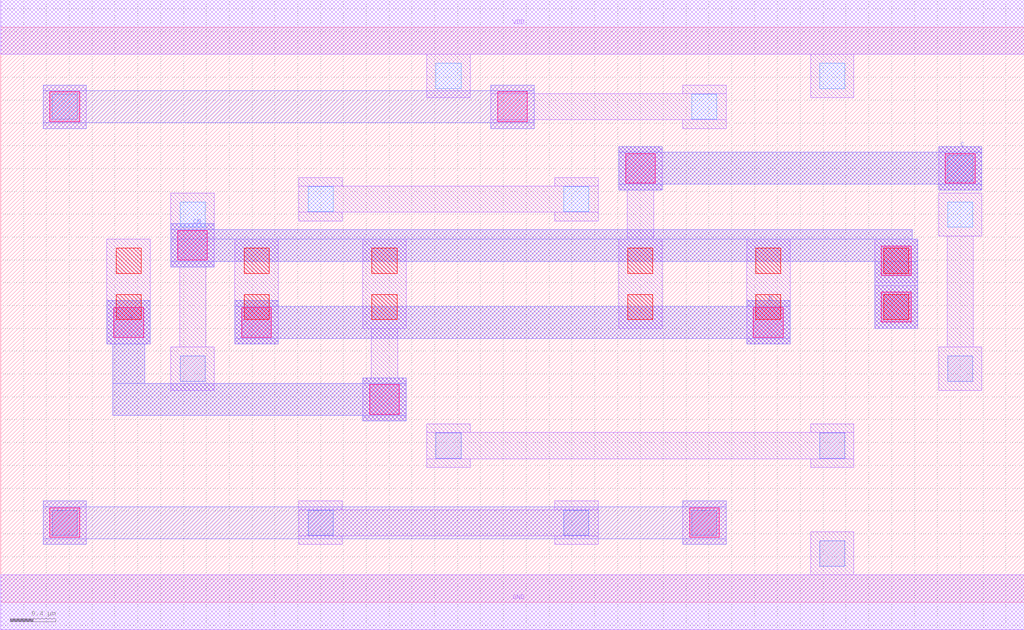
<source format=lef>
MACRO ASYNC3
 CLASS CORE ;
 FOREIGN ASYNC3 0 0 ;
 SIZE 8.96 BY 5.04 ;
 ORIGIN 0 0 ;
 SYMMETRY X Y R90 ;
 SITE unit ;
  PIN VDD
   DIRECTION INOUT ;
   USE POWER ;
   SHAPE ABUTMENT ;
    PORT
     CLASS CORE ;
       LAYER met1 ;
        RECT 0.00000000 4.80000000 8.96000000 5.28000000 ;
    END
  END VDD

  PIN GND
   DIRECTION INOUT ;
   USE POWER ;
   SHAPE ABUTMENT ;
    PORT
     CLASS CORE ;
       LAYER met1 ;
        RECT 0.00000000 -0.24000000 8.96000000 0.24000000 ;
    END
  END GND

  PIN CN
   DIRECTION INOUT ;
   USE SIGNAL ;
   SHAPE ABUTMENT ;
    PORT
     CLASS CORE ;
       LAYER met2 ;
        RECT 1.49000000 2.93700000 1.87000000 2.98700000 ;
        RECT 7.65000000 2.39700000 8.03000000 2.98700000 ;
        RECT 1.49000000 2.98700000 8.03000000 3.18200000 ;
        RECT 1.49000000 3.18200000 7.98000000 3.26700000 ;
        RECT 1.49000000 3.26700000 1.87000000 3.31700000 ;
    END
  END CN

  PIN C
   DIRECTION INOUT ;
   USE SIGNAL ;
   SHAPE ABUTMENT ;
    PORT
     CLASS CORE ;
       LAYER met2 ;
        RECT 5.41000000 3.61200000 5.79000000 3.66200000 ;
        RECT 8.21000000 3.61200000 8.59000000 3.66200000 ;
        RECT 5.41000000 3.66200000 8.59000000 3.94200000 ;
        RECT 5.41000000 3.94200000 5.79000000 3.99200000 ;
        RECT 8.21000000 3.94200000 8.59000000 3.99200000 ;
    END
  END C

  PIN B
   DIRECTION INOUT ;
   USE SIGNAL ;
   SHAPE ABUTMENT ;
    PORT
     CLASS CORE ;
       LAYER met2 ;
        RECT 2.05000000 2.26200000 2.43000000 2.31200000 ;
        RECT 6.53000000 2.26200000 6.91000000 2.31200000 ;
        RECT 2.05000000 2.31200000 6.91000000 2.59200000 ;
        RECT 2.05000000 2.59200000 2.43000000 2.64200000 ;
        RECT 6.53000000 2.59200000 6.91000000 2.64200000 ;
    END
  END B

  PIN A
   DIRECTION INOUT ;
   USE SIGNAL ;
   SHAPE ABUTMENT ;
    PORT
     CLASS CORE ;
       LAYER met2 ;
        RECT 3.17000000 1.58700000 3.55000000 1.63700000 ;
        RECT 0.98000000 1.63700000 3.55000000 1.91700000 ;
        RECT 3.17000000 1.91700000 3.55000000 1.96700000 ;
        RECT 0.98000000 1.91700000 1.26000000 2.26200000 ;
        RECT 0.93000000 2.26200000 1.31000000 2.64200000 ;
    END
  END A

 OBS
    LAYER polycont ;
     RECT 1.01000000 2.47700000 1.23000000 2.69700000 ;
     RECT 2.13000000 2.47700000 2.35000000 2.69700000 ;
     RECT 3.25000000 2.47700000 3.47000000 2.69700000 ;
     RECT 5.49000000 2.47700000 5.71000000 2.69700000 ;
     RECT 6.61000000 2.47700000 6.83000000 2.69700000 ;
     RECT 7.73000000 2.47700000 7.95000000 2.69700000 ;
     RECT 1.01000000 2.88200000 1.23000000 3.10200000 ;
     RECT 2.13000000 2.88200000 2.35000000 3.10200000 ;
     RECT 3.25000000 2.88200000 3.47000000 3.10200000 ;
     RECT 5.49000000 2.88200000 5.71000000 3.10200000 ;
     RECT 6.61000000 2.88200000 6.83000000 3.10200000 ;
     RECT 7.73000000 2.88200000 7.95000000 3.10200000 ;

    LAYER pdiffc ;
     RECT 1.57000000 3.28700000 1.79000000 3.50700000 ;
     RECT 8.29000000 3.28700000 8.51000000 3.50700000 ;
     RECT 2.69000000 3.42200000 2.91000000 3.64200000 ;
     RECT 4.93000000 3.42200000 5.15000000 3.64200000 ;
     RECT 8.29000000 3.69200000 8.51000000 3.91200000 ;
     RECT 0.45000000 4.23200000 0.67000000 4.45200000 ;
     RECT 6.05000000 4.23200000 6.27000000 4.45200000 ;
     RECT 3.81000000 4.50200000 4.03000000 4.72200000 ;
     RECT 7.17000000 4.50200000 7.39000000 4.72200000 ;

    LAYER ndiffc ;
     RECT 7.17000000 0.31700000 7.39000000 0.53700000 ;
     RECT 0.45000000 0.58700000 0.67000000 0.80700000 ;
     RECT 2.69000000 0.58700000 2.91000000 0.80700000 ;
     RECT 4.93000000 0.58700000 5.15000000 0.80700000 ;
     RECT 6.05000000 0.58700000 6.27000000 0.80700000 ;
     RECT 3.81000000 1.26200000 4.03000000 1.48200000 ;
     RECT 7.17000000 1.26200000 7.39000000 1.48200000 ;
     RECT 1.57000000 1.93700000 1.79000000 2.15700000 ;
     RECT 8.29000000 1.93700000 8.51000000 2.15700000 ;

    LAYER met1 ;
     RECT 0.00000000 -0.24000000 8.96000000 0.24000000 ;
     RECT 7.09000000 0.24000000 7.47000000 0.61700000 ;
     RECT 0.37000000 0.50700000 0.75000000 0.88700000 ;
     RECT 2.61000000 0.50700000 2.99000000 0.58200000 ;
     RECT 4.85000000 0.50700000 5.23000000 0.58200000 ;
     RECT 2.61000000 0.58200000 5.23000000 0.81200000 ;
     RECT 2.61000000 0.81200000 2.99000000 0.88700000 ;
     RECT 4.85000000 0.81200000 5.23000000 0.88700000 ;
     RECT 5.97000000 0.50700000 6.35000000 0.88700000 ;
     RECT 3.73000000 1.18200000 4.11000000 1.25700000 ;
     RECT 7.09000000 1.18200000 7.47000000 1.25700000 ;
     RECT 3.73000000 1.25700000 7.47000000 1.48700000 ;
     RECT 3.73000000 1.48700000 4.11000000 1.56200000 ;
     RECT 7.09000000 1.48700000 7.47000000 1.56200000 ;
     RECT 7.65000000 2.39700000 8.03000000 2.77700000 ;
     RECT 0.93000000 2.26200000 1.31000000 3.18200000 ;
     RECT 2.05000000 2.26200000 2.43000000 3.18200000 ;
     RECT 3.17000000 1.58700000 3.55000000 1.96700000 ;
     RECT 3.24500000 1.96700000 3.47500000 2.39700000 ;
     RECT 3.17000000 2.39700000 3.55000000 3.18200000 ;
     RECT 6.53000000 2.26200000 6.91000000 3.18200000 ;
     RECT 7.65000000 2.80200000 8.03000000 3.18200000 ;
     RECT 1.49000000 1.85700000 1.87000000 2.23700000 ;
     RECT 1.56500000 2.23700000 1.79500000 2.93700000 ;
     RECT 1.49000000 2.93700000 1.87000000 3.58700000 ;
     RECT 8.21000000 1.85700000 8.59000000 2.23700000 ;
     RECT 8.28500000 2.23700000 8.51500000 3.20700000 ;
     RECT 8.21000000 3.20700000 8.59000000 3.58700000 ;
     RECT 2.61000000 3.34200000 2.99000000 3.41700000 ;
     RECT 4.85000000 3.34200000 5.23000000 3.41700000 ;
     RECT 2.61000000 3.41700000 5.23000000 3.64700000 ;
     RECT 2.61000000 3.64700000 2.99000000 3.72200000 ;
     RECT 4.85000000 3.64700000 5.23000000 3.72200000 ;
     RECT 5.41000000 2.39700000 5.79000000 3.18200000 ;
     RECT 5.48500000 3.18200000 5.71500000 3.61200000 ;
     RECT 5.41000000 3.61200000 5.79000000 3.99200000 ;
     RECT 8.21000000 3.61200000 8.59000000 3.99200000 ;
     RECT 0.37000000 4.15200000 0.75000000 4.53200000 ;
     RECT 4.29000000 4.15200000 4.67000000 4.22700000 ;
     RECT 5.97000000 4.15200000 6.35000000 4.22700000 ;
     RECT 4.29000000 4.22700000 6.35000000 4.45700000 ;
     RECT 4.29000000 4.45700000 4.67000000 4.53200000 ;
     RECT 5.97000000 4.45700000 6.35000000 4.53200000 ;
     RECT 3.73000000 4.42200000 4.11000000 4.80000000 ;
     RECT 7.09000000 4.42200000 7.47000000 4.80000000 ;
     RECT 0.00000000 4.80000000 8.96000000 5.28000000 ;

    LAYER via1 ;
     RECT 0.43000000 0.56700000 0.69000000 0.82700000 ;
     RECT 6.03000000 0.56700000 6.29000000 0.82700000 ;
     RECT 3.23000000 1.64700000 3.49000000 1.90700000 ;
     RECT 0.99000000 2.32200000 1.25000000 2.58200000 ;
     RECT 2.11000000 2.32200000 2.37000000 2.58200000 ;
     RECT 6.59000000 2.32200000 6.85000000 2.58200000 ;
     RECT 7.71000000 2.45700000 7.97000000 2.71700000 ;
     RECT 7.71000000 2.86200000 7.97000000 3.12200000 ;
     RECT 1.55000000 2.99700000 1.81000000 3.25700000 ;
     RECT 5.47000000 3.67200000 5.73000000 3.93200000 ;
     RECT 8.27000000 3.67200000 8.53000000 3.93200000 ;
     RECT 0.43000000 4.21200000 0.69000000 4.47200000 ;
     RECT 4.35000000 4.21200000 4.61000000 4.47200000 ;

    LAYER met2 ;
     RECT 0.37000000 0.50700000 0.75000000 0.55700000 ;
     RECT 5.97000000 0.50700000 6.35000000 0.55700000 ;
     RECT 0.37000000 0.55700000 6.35000000 0.83700000 ;
     RECT 0.37000000 0.83700000 0.75000000 0.88700000 ;
     RECT 5.97000000 0.83700000 6.35000000 0.88700000 ;
     RECT 3.17000000 1.58700000 3.55000000 1.63700000 ;
     RECT 0.98000000 1.63700000 3.55000000 1.91700000 ;
     RECT 3.17000000 1.91700000 3.55000000 1.96700000 ;
     RECT 0.98000000 1.91700000 1.26000000 2.26200000 ;
     RECT 0.93000000 2.26200000 1.31000000 2.64200000 ;
     RECT 2.05000000 2.26200000 2.43000000 2.31200000 ;
     RECT 6.53000000 2.26200000 6.91000000 2.31200000 ;
     RECT 2.05000000 2.31200000 6.91000000 2.59200000 ;
     RECT 2.05000000 2.59200000 2.43000000 2.64200000 ;
     RECT 6.53000000 2.59200000 6.91000000 2.64200000 ;
     RECT 1.49000000 2.93700000 1.87000000 2.98700000 ;
     RECT 7.65000000 2.39700000 8.03000000 2.98700000 ;
     RECT 1.49000000 2.98700000 8.03000000 3.18200000 ;
     RECT 1.49000000 3.18200000 7.98000000 3.26700000 ;
     RECT 1.49000000 3.26700000 1.87000000 3.31700000 ;
     RECT 5.41000000 3.61200000 5.79000000 3.66200000 ;
     RECT 8.21000000 3.61200000 8.59000000 3.66200000 ;
     RECT 5.41000000 3.66200000 8.59000000 3.94200000 ;
     RECT 5.41000000 3.94200000 5.79000000 3.99200000 ;
     RECT 8.21000000 3.94200000 8.59000000 3.99200000 ;
     RECT 0.37000000 4.15200000 0.75000000 4.20200000 ;
     RECT 4.29000000 4.15200000 4.67000000 4.20200000 ;
     RECT 0.37000000 4.20200000 4.67000000 4.48200000 ;
     RECT 0.37000000 4.48200000 0.75000000 4.53200000 ;
     RECT 4.29000000 4.48200000 4.67000000 4.53200000 ;

 END
END ASYNC3

</source>
